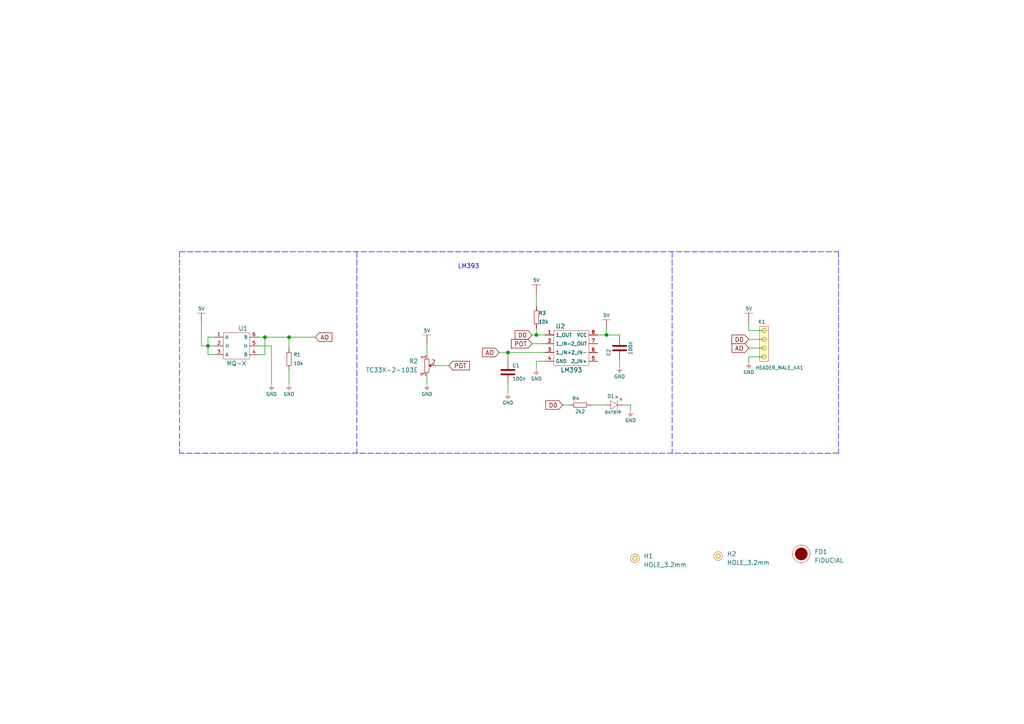
<source format=kicad_sch>
(kicad_sch (version 20211123) (generator eeschema)

  (uuid 82d13a50-9821-40ba-a76e-b4d94ab0a9fe)

  (paper "A4")

  (title_block
    (title "Benzene, Toluene, Acetone, Formaldehyde sensor MQ138 breakout")
    (date "2021-09-13")
    (rev "v1.1.1.")
    (company "SOLDERED")
    (comment 1 "333114")
  )

  (lib_symbols
    (symbol "e-radionica.com schematics:0402LED" (pin_numbers hide) (pin_names (offset 0.254) hide) (in_bom yes) (on_board yes)
      (property "Reference" "D" (id 0) (at -0.635 2.54 0)
        (effects (font (size 1 1)))
      )
      (property "Value" "0402LED" (id 1) (at 0 -2.54 0)
        (effects (font (size 1 1)))
      )
      (property "Footprint" "e-radionica.com footprinti:0402LED" (id 2) (at 0 5.08 0)
        (effects (font (size 1 1)) hide)
      )
      (property "Datasheet" "" (id 3) (at 0 0 0)
        (effects (font (size 1 1)) hide)
      )
      (property "Package" "0402" (id 4) (at 0 0 0)
        (effects (font (size 1.27 1.27)) hide)
      )
      (symbol "0402LED_0_1"
        (polyline
          (pts
            (xy -0.635 1.27)
            (xy 1.27 0)
          )
          (stroke (width 0.0006) (type default) (color 0 0 0 0))
          (fill (type none))
        )
        (polyline
          (pts
            (xy 0.635 1.905)
            (xy 1.27 2.54)
          )
          (stroke (width 0.0006) (type default) (color 0 0 0 0))
          (fill (type none))
        )
        (polyline
          (pts
            (xy 1.27 1.27)
            (xy 1.27 -1.27)
          )
          (stroke (width 0.0006) (type default) (color 0 0 0 0))
          (fill (type none))
        )
        (polyline
          (pts
            (xy 1.905 1.27)
            (xy 2.54 1.905)
          )
          (stroke (width 0.0006) (type default) (color 0 0 0 0))
          (fill (type none))
        )
        (polyline
          (pts
            (xy -0.635 1.27)
            (xy -0.635 -1.27)
            (xy 1.27 0)
          )
          (stroke (width 0.0006) (type default) (color 0 0 0 0))
          (fill (type none))
        )
        (polyline
          (pts
            (xy 1.27 2.54)
            (xy 0.635 2.54)
            (xy 1.27 1.905)
            (xy 1.27 2.54)
          )
          (stroke (width 0.0006) (type default) (color 0 0 0 0))
          (fill (type none))
        )
        (polyline
          (pts
            (xy 2.54 1.905)
            (xy 1.905 1.905)
            (xy 2.54 1.27)
            (xy 2.54 1.905)
          )
          (stroke (width 0.0006) (type default) (color 0 0 0 0))
          (fill (type none))
        )
      )
      (symbol "0402LED_1_1"
        (pin passive line (at -1.905 0 0) (length 1.27)
          (name "A" (effects (font (size 1.27 1.27))))
          (number "1" (effects (font (size 1.27 1.27))))
        )
        (pin passive line (at 2.54 0 180) (length 1.27)
          (name "K" (effects (font (size 1.27 1.27))))
          (number "2" (effects (font (size 1.27 1.27))))
        )
      )
    )
    (symbol "e-radionica.com schematics:0402R" (pin_numbers hide) (pin_names (offset 0.254)) (in_bom yes) (on_board yes)
      (property "Reference" "R" (id 0) (at -1.905 1.27 0)
        (effects (font (size 1 1)))
      )
      (property "Value" "0402R" (id 1) (at 0 -1.27 0)
        (effects (font (size 1 1)))
      )
      (property "Footprint" "e-radionica.com footprinti:0402R" (id 2) (at -2.54 1.905 0)
        (effects (font (size 1 1)) hide)
      )
      (property "Datasheet" "" (id 3) (at -2.54 1.905 0)
        (effects (font (size 1 1)) hide)
      )
      (symbol "0402R_0_1"
        (rectangle (start -1.905 -0.635) (end 1.905 -0.6604)
          (stroke (width 0.1) (type default) (color 0 0 0 0))
          (fill (type none))
        )
        (rectangle (start -1.905 0.635) (end -1.8796 -0.635)
          (stroke (width 0.1) (type default) (color 0 0 0 0))
          (fill (type none))
        )
        (rectangle (start -1.905 0.635) (end 1.905 0.6096)
          (stroke (width 0.1) (type default) (color 0 0 0 0))
          (fill (type none))
        )
        (rectangle (start 1.905 0.635) (end 1.9304 -0.635)
          (stroke (width 0.1) (type default) (color 0 0 0 0))
          (fill (type none))
        )
      )
      (symbol "0402R_1_1"
        (pin passive line (at -3.175 0 0) (length 1.27)
          (name "~" (effects (font (size 1.27 1.27))))
          (number "1" (effects (font (size 1.27 1.27))))
        )
        (pin passive line (at 3.175 0 180) (length 1.27)
          (name "~" (effects (font (size 1.27 1.27))))
          (number "2" (effects (font (size 1.27 1.27))))
        )
      )
    )
    (symbol "e-radionica.com schematics:0603C" (pin_numbers hide) (pin_names (offset 0.002)) (in_bom yes) (on_board yes)
      (property "Reference" "C" (id 0) (at -0.635 3.175 0)
        (effects (font (size 1 1)))
      )
      (property "Value" "0603C" (id 1) (at 0 -3.175 0)
        (effects (font (size 1 1)))
      )
      (property "Footprint" "e-radionica.com footprinti:0603C" (id 2) (at 0 0 0)
        (effects (font (size 1 1)) hide)
      )
      (property "Datasheet" "" (id 3) (at 0 0 0)
        (effects (font (size 1 1)) hide)
      )
      (symbol "0603C_0_1"
        (polyline
          (pts
            (xy -0.635 1.905)
            (xy -0.635 -1.905)
          )
          (stroke (width 0.5) (type default) (color 0 0 0 0))
          (fill (type none))
        )
        (polyline
          (pts
            (xy 0.635 1.905)
            (xy 0.635 -1.905)
          )
          (stroke (width 0.5) (type default) (color 0 0 0 0))
          (fill (type none))
        )
      )
      (symbol "0603C_1_1"
        (pin passive line (at -3.175 0 0) (length 2.54)
          (name "~" (effects (font (size 1.27 1.27))))
          (number "1" (effects (font (size 1.27 1.27))))
        )
        (pin passive line (at 3.175 0 180) (length 2.54)
          (name "~" (effects (font (size 1.27 1.27))))
          (number "2" (effects (font (size 1.27 1.27))))
        )
      )
    )
    (symbol "e-radionica.com schematics:0603R" (pin_numbers hide) (pin_names (offset 0.254)) (in_bom yes) (on_board yes)
      (property "Reference" "R" (id 0) (at -1.905 1.905 0)
        (effects (font (size 1 1)))
      )
      (property "Value" "0603R" (id 1) (at 0 -1.905 0)
        (effects (font (size 1 1)))
      )
      (property "Footprint" "e-radionica.com footprinti:0603R" (id 2) (at -0.635 1.905 0)
        (effects (font (size 1 1)) hide)
      )
      (property "Datasheet" "" (id 3) (at -0.635 1.905 0)
        (effects (font (size 1 1)) hide)
      )
      (symbol "0603R_0_1"
        (rectangle (start -1.905 -0.635) (end 1.905 -0.6604)
          (stroke (width 0.1) (type default) (color 0 0 0 0))
          (fill (type none))
        )
        (rectangle (start -1.905 0.635) (end -1.8796 -0.635)
          (stroke (width 0.1) (type default) (color 0 0 0 0))
          (fill (type none))
        )
        (rectangle (start -1.905 0.635) (end 1.905 0.6096)
          (stroke (width 0.1) (type default) (color 0 0 0 0))
          (fill (type none))
        )
        (rectangle (start 1.905 0.635) (end 1.9304 -0.635)
          (stroke (width 0.1) (type default) (color 0 0 0 0))
          (fill (type none))
        )
      )
      (symbol "0603R_1_1"
        (pin passive line (at -3.175 0 0) (length 1.27)
          (name "~" (effects (font (size 1.27 1.27))))
          (number "1" (effects (font (size 1.27 1.27))))
        )
        (pin passive line (at 3.175 0 180) (length 1.27)
          (name "~" (effects (font (size 1.27 1.27))))
          (number "2" (effects (font (size 1.27 1.27))))
        )
      )
    )
    (symbol "e-radionica.com schematics:5V" (power) (pin_names (offset 0)) (in_bom yes) (on_board yes)
      (property "Reference" "#PWR" (id 0) (at 4.445 0 0)
        (effects (font (size 1 1)) hide)
      )
      (property "Value" "5V" (id 1) (at 0 3.556 0)
        (effects (font (size 1 1)))
      )
      (property "Footprint" "" (id 2) (at 4.445 3.81 0)
        (effects (font (size 1 1)) hide)
      )
      (property "Datasheet" "" (id 3) (at 4.445 3.81 0)
        (effects (font (size 1 1)) hide)
      )
      (property "ki_keywords" "power-flag" (id 4) (at 0 0 0)
        (effects (font (size 1.27 1.27)) hide)
      )
      (property "ki_description" "Power symbol creates a global label with name \"+3V3\"" (id 5) (at 0 0 0)
        (effects (font (size 1.27 1.27)) hide)
      )
      (symbol "5V_0_1"
        (polyline
          (pts
            (xy -1.27 2.54)
            (xy 1.27 2.54)
          )
          (stroke (width 0.0006) (type default) (color 0 0 0 0))
          (fill (type none))
        )
        (polyline
          (pts
            (xy 0 0)
            (xy 0 2.54)
          )
          (stroke (width 0) (type default) (color 0 0 0 0))
          (fill (type none))
        )
      )
      (symbol "5V_1_1"
        (pin power_in line (at 0 0 90) (length 0) hide
          (name "5V" (effects (font (size 1.27 1.27))))
          (number "1" (effects (font (size 1.27 1.27))))
        )
      )
    )
    (symbol "e-radionica.com schematics:FIDUCIAL" (in_bom no) (on_board yes)
      (property "Reference" "FD" (id 0) (at 0 3.81 0)
        (effects (font (size 1.27 1.27)))
      )
      (property "Value" "FIDUCIAL" (id 1) (at 0 -3.81 0)
        (effects (font (size 1.27 1.27)))
      )
      (property "Footprint" "e-radionica.com footprinti:FIDUCIAL_23" (id 2) (at 0.254 -5.334 0)
        (effects (font (size 1.27 1.27)) hide)
      )
      (property "Datasheet" "" (id 3) (at 0 0 0)
        (effects (font (size 1.27 1.27)) hide)
      )
      (symbol "FIDUCIAL_0_1"
        (polyline
          (pts
            (xy -2.54 0)
            (xy -2.794 0)
          )
          (stroke (width 0.0006) (type default) (color 0 0 0 0))
          (fill (type none))
        )
        (polyline
          (pts
            (xy 0 -2.54)
            (xy 0 -2.794)
          )
          (stroke (width 0.0006) (type default) (color 0 0 0 0))
          (fill (type none))
        )
        (polyline
          (pts
            (xy 0 2.54)
            (xy 0 2.794)
          )
          (stroke (width 0.0006) (type default) (color 0 0 0 0))
          (fill (type none))
        )
        (polyline
          (pts
            (xy 2.54 0)
            (xy 2.794 0)
          )
          (stroke (width 0.0006) (type default) (color 0 0 0 0))
          (fill (type none))
        )
        (circle (center 0 0) (radius 1.7961)
          (stroke (width 0.001) (type default) (color 0 0 0 0))
          (fill (type outline))
        )
        (circle (center 0 0) (radius 2.54)
          (stroke (width 0.0006) (type default) (color 0 0 0 0))
          (fill (type none))
        )
      )
    )
    (symbol "e-radionica.com schematics:GND" (power) (pin_names (offset 0)) (in_bom yes) (on_board yes)
      (property "Reference" "#PWR" (id 0) (at 4.445 0 0)
        (effects (font (size 1 1)) hide)
      )
      (property "Value" "GND" (id 1) (at 0 -2.921 0)
        (effects (font (size 1 1)))
      )
      (property "Footprint" "" (id 2) (at 4.445 3.81 0)
        (effects (font (size 1 1)) hide)
      )
      (property "Datasheet" "" (id 3) (at 4.445 3.81 0)
        (effects (font (size 1 1)) hide)
      )
      (property "ki_keywords" "power-flag" (id 4) (at 0 0 0)
        (effects (font (size 1.27 1.27)) hide)
      )
      (property "ki_description" "Power symbol creates a global label with name \"GND\"" (id 5) (at 0 0 0)
        (effects (font (size 1.27 1.27)) hide)
      )
      (symbol "GND_0_1"
        (polyline
          (pts
            (xy -0.762 -1.27)
            (xy 0.762 -1.27)
          )
          (stroke (width 0.0006) (type default) (color 0 0 0 0))
          (fill (type none))
        )
        (polyline
          (pts
            (xy -0.635 -1.524)
            (xy 0.635 -1.524)
          )
          (stroke (width 0.0006) (type default) (color 0 0 0 0))
          (fill (type none))
        )
        (polyline
          (pts
            (xy -0.381 -1.778)
            (xy 0.381 -1.778)
          )
          (stroke (width 0.0006) (type default) (color 0 0 0 0))
          (fill (type none))
        )
        (polyline
          (pts
            (xy -0.127 -2.032)
            (xy 0.127 -2.032)
          )
          (stroke (width 0.0006) (type default) (color 0 0 0 0))
          (fill (type none))
        )
        (polyline
          (pts
            (xy 0 0)
            (xy 0 -1.27)
          )
          (stroke (width 0.0006) (type default) (color 0 0 0 0))
          (fill (type none))
        )
      )
      (symbol "GND_1_1"
        (pin power_in line (at 0 0 270) (length 0) hide
          (name "GND" (effects (font (size 1.27 1.27))))
          (number "1" (effects (font (size 1.27 1.27))))
        )
      )
    )
    (symbol "e-radionica.com schematics:HEADER_MALE_4X1" (pin_numbers hide) (pin_names hide) (in_bom yes) (on_board yes)
      (property "Reference" "K" (id 0) (at -0.635 7.62 0)
        (effects (font (size 1 1)))
      )
      (property "Value" "HEADER_MALE_4X1" (id 1) (at 0 -5.08 0)
        (effects (font (size 1 1)))
      )
      (property "Footprint" "e-radionica.com footprinti:HEADER_MALE_4X1" (id 2) (at 0 -2.54 0)
        (effects (font (size 1 1)) hide)
      )
      (property "Datasheet" "" (id 3) (at 0 -2.54 0)
        (effects (font (size 1 1)) hide)
      )
      (symbol "HEADER_MALE_4X1_0_1"
        (circle (center 0 -2.54) (radius 0.635)
          (stroke (width 0.0006) (type default) (color 0 0 0 0))
          (fill (type none))
        )
        (circle (center 0 0) (radius 0.635)
          (stroke (width 0.0006) (type default) (color 0 0 0 0))
          (fill (type none))
        )
        (circle (center 0 2.54) (radius 0.635)
          (stroke (width 0.0006) (type default) (color 0 0 0 0))
          (fill (type none))
        )
        (circle (center 0 5.08) (radius 0.635)
          (stroke (width 0.0006) (type default) (color 0 0 0 0))
          (fill (type none))
        )
        (rectangle (start 1.27 -3.81) (end -1.27 6.35)
          (stroke (width 0.001) (type default) (color 0 0 0 0))
          (fill (type background))
        )
      )
      (symbol "HEADER_MALE_4X1_1_1"
        (pin passive line (at 0 -2.54 180) (length 0)
          (name "~" (effects (font (size 1 1))))
          (number "1" (effects (font (size 1 1))))
        )
        (pin passive line (at 0 0 180) (length 0)
          (name "~" (effects (font (size 1 1))))
          (number "2" (effects (font (size 1 1))))
        )
        (pin passive line (at 0 2.54 180) (length 0)
          (name "~" (effects (font (size 1 1))))
          (number "3" (effects (font (size 1 1))))
        )
        (pin passive line (at 0 5.08 180) (length 0)
          (name "~" (effects (font (size 1 1))))
          (number "4" (effects (font (size 1 1))))
        )
      )
    )
    (symbol "e-radionica.com schematics:HOLE_3.2mm" (pin_numbers hide) (pin_names hide) (in_bom yes) (on_board yes)
      (property "Reference" "H" (id 0) (at 0 2.54 0)
        (effects (font (size 1.27 1.27)))
      )
      (property "Value" "HOLE_3.2mm" (id 1) (at 0 -2.54 0)
        (effects (font (size 1.27 1.27)))
      )
      (property "Footprint" "e-radionica.com footprinti:HOLE_3.2mm" (id 2) (at 0 0 0)
        (effects (font (size 1.27 1.27)) hide)
      )
      (property "Datasheet" "" (id 3) (at 0 0 0)
        (effects (font (size 1.27 1.27)) hide)
      )
      (symbol "HOLE_3.2mm_0_1"
        (circle (center 0 0) (radius 0.635)
          (stroke (width 0.0006) (type default) (color 0 0 0 0))
          (fill (type none))
        )
        (circle (center 0 0) (radius 1.27)
          (stroke (width 0.001) (type default) (color 0 0 0 0))
          (fill (type background))
        )
      )
    )
    (symbol "e-radionica.com schematics:LM393" (in_bom yes) (on_board yes)
      (property "Reference" "U" (id 0) (at 0 6.35 0)
        (effects (font (size 1.27 1.27)))
      )
      (property "Value" "LM393" (id 1) (at 0 -6.35 0)
        (effects (font (size 1.27 1.27)))
      )
      (property "Footprint" "e-radionica.com footprinti:SOIC−8" (id 2) (at 3.81 -2.54 0)
        (effects (font (size 1.27 1.27)) hide)
      )
      (property "Datasheet" "" (id 3) (at 3.81 -2.54 0)
        (effects (font (size 1.27 1.27)) hide)
      )
      (symbol "LM393_0_1"
        (rectangle (start -5.08 5.08) (end 5.08 -5.08)
          (stroke (width 0.0006) (type default) (color 0 0 0 0))
          (fill (type none))
        )
      )
      (symbol "LM393_1_1"
        (pin power_in line (at -7.62 3.81 0) (length 2.54)
          (name "1_OUT" (effects (font (size 1 1))))
          (number "1" (effects (font (size 1 1))))
        )
        (pin input line (at -7.62 1.27 0) (length 2.54)
          (name "1_IN-" (effects (font (size 1 1))))
          (number "2" (effects (font (size 1 1))))
        )
        (pin power_in line (at -7.62 -1.27 0) (length 2.54)
          (name "1_IN+" (effects (font (size 1 1))))
          (number "3" (effects (font (size 1 1))))
        )
        (pin passive line (at -7.62 -3.81 0) (length 2.54)
          (name "GND" (effects (font (size 1 1))))
          (number "4" (effects (font (size 1 1))))
        )
        (pin power_in line (at 7.62 -3.81 180) (length 2.54)
          (name "2_IN+" (effects (font (size 1 1))))
          (number "5" (effects (font (size 1 1))))
        )
        (pin power_in line (at 7.62 -1.27 180) (length 2.54)
          (name "2_IN-" (effects (font (size 1 1))))
          (number "6" (effects (font (size 1 1))))
        )
        (pin power_out line (at 7.62 1.27 180) (length 2.54)
          (name "2_OUT" (effects (font (size 1 1))))
          (number "7" (effects (font (size 1 1))))
        )
        (pin power_in line (at 7.62 3.81 180) (length 2.54)
          (name "VCC" (effects (font (size 1 1))))
          (number "8" (effects (font (size 1 1))))
        )
      )
    )
    (symbol "e-radionica.com schematics:MQ" (in_bom yes) (on_board yes)
      (property "Reference" "U" (id 0) (at 0 5.08 0)
        (effects (font (size 1.27 1.27)))
      )
      (property "Value" "MQ" (id 1) (at 0 -5.08 0)
        (effects (font (size 1.27 1.27)))
      )
      (property "Footprint" "e-radionica.com footprinti:MQ" (id 2) (at 2.286 0 0)
        (effects (font (size 1.27 1.27)) hide)
      )
      (property "Datasheet" "" (id 3) (at 2.286 0 0)
        (effects (font (size 1.27 1.27)) hide)
      )
      (symbol "MQ_0_1"
        (rectangle (start -3.81 3.81) (end 3.81 -3.81)
          (stroke (width 0.0006) (type default) (color 0 0 0 0))
          (fill (type none))
        )
      )
      (symbol "MQ_1_1"
        (pin input line (at -6.35 2.54 0) (length 2.54)
          (name "A" (effects (font (size 1 1))))
          (number "1" (effects (font (size 1 1))))
        )
        (pin input line (at -6.35 0 0) (length 2.54)
          (name "H" (effects (font (size 1 1))))
          (number "2" (effects (font (size 1 1))))
        )
        (pin input line (at -6.35 -2.54 0) (length 2.54)
          (name "A" (effects (font (size 1 1))))
          (number "3" (effects (font (size 1 1))))
        )
        (pin input line (at 6.35 -2.54 180) (length 2.54)
          (name "B" (effects (font (size 1 1))))
          (number "4" (effects (font (size 1 1))))
        )
        (pin input line (at 6.35 0 180) (length 2.54)
          (name "H" (effects (font (size 1 1))))
          (number "5" (effects (font (size 1 1))))
        )
        (pin input line (at 6.35 2.54 180) (length 2.54)
          (name "B" (effects (font (size 1 1))))
          (number "6" (effects (font (size 1 1))))
        )
      )
    )
    (symbol "e-radionica.com schematics:tc33x-2-103e" (in_bom yes) (on_board yes)
      (property "Reference" "R" (id 0) (at -1.778 3.302 0)
        (effects (font (size 1.27 1.27)))
      )
      (property "Value" "tc33x-2-103e" (id 1) (at 0 -2.54 0)
        (effects (font (size 1.27 1.27)))
      )
      (property "Footprint" "e-radionica.com footprinti:tc33x-2-103e" (id 2) (at 0 -5.08 0)
        (effects (font (size 1.27 1.27)) hide)
      )
      (property "Datasheet" "" (id 3) (at -0.0508 -0.0508 0)
        (effects (font (size 1.27 1.27)) hide)
      )
      (symbol "tc33x-2-103e_0_1"
        (rectangle (start -1.905 -0.635) (end 1.905 -0.6604)
          (stroke (width 0.1) (type default) (color 0 0 0 0))
          (fill (type none))
        )
        (rectangle (start -1.905 0.635) (end -1.8796 -0.635)
          (stroke (width 0.1) (type default) (color 0 0 0 0))
          (fill (type none))
        )
        (rectangle (start -1.905 0.635) (end 1.905 0.6096)
          (stroke (width 0.1) (type default) (color 0 0 0 0))
          (fill (type none))
        )
        (polyline
          (pts
            (xy -0.4318 1.1684)
            (xy 0.4826 1.1684)
            (xy 0 0.635)
            (xy -0.4064 1.0922)
            (xy -0.4826 1.1684)
            (xy 0 0.7874)
            (xy 0.3048 1.1176)
            (xy -0.254 1.0668)
            (xy 0.0254 0.8636)
            (xy 0.0762 1.0414)
            (xy -0.0254 0.9652)
          )
          (stroke (width 0.0006) (type default) (color 0 0 0 0))
          (fill (type none))
        )
        (rectangle (start 1.905 0.635) (end 1.9304 -0.635)
          (stroke (width 0.1) (type default) (color 0 0 0 0))
          (fill (type none))
        )
      )
      (symbol "tc33x-2-103e_1_1"
        (pin passive line (at -3.175 0 0) (length 1.27)
          (name "~" (effects (font (size 1.27 1.27))))
          (number "1" (effects (font (size 1.27 1.27))))
        )
        (pin passive line (at 0 2.4892 270) (length 1.27)
          (name "" (effects (font (size 1.27 1.27))))
          (number "2" (effects (font (size 1.27 1.27))))
        )
        (pin passive line (at 3.175 0.0002 180) (length 1.27)
          (name "~" (effects (font (size 1.27 1.27))))
          (number "3" (effects (font (size 1.27 1.27))))
        )
      )
    )
  )

  (junction (at 60.325 100.33) (diameter 0.9144) (color 0 0 0 0)
    (uuid 03caada9-9e22-4e2d-9035-b15433dfbb17)
  )
  (junction (at 83.82 97.79) (diameter 0.9144) (color 0 0 0 0)
    (uuid 0ff508fd-18da-4ab7-9844-3c8a28c2587e)
  )
  (junction (at 175.895 97.155) (diameter 0.9144) (color 0 0 0 0)
    (uuid 13c0ff76-ed71-4cd9-abb0-92c376825d5d)
  )
  (junction (at 76.835 97.79) (diameter 0.9144) (color 0 0 0 0)
    (uuid 1f3003e6-dce5-420f-906b-3f1e92b67249)
  )
  (junction (at 147.32 102.235) (diameter 0.9144) (color 0 0 0 0)
    (uuid 378af8b4-af3d-46e7-89ae-deff12ca9067)
  )
  (junction (at 155.575 97.155) (diameter 0.9144) (color 0 0 0 0)
    (uuid a27eb049-c992-4f11-a026-1e6a8d9d0160)
  )

  (wire (pts (xy 74.93 97.79) (xy 76.835 97.79))
    (stroke (width 0) (type solid) (color 0 0 0 0))
    (uuid 0695d603-6507-40ae-b09f-b26ab2bea23a)
  )
  (wire (pts (xy 76.835 97.79) (xy 76.835 102.87))
    (stroke (width 0) (type solid) (color 0 0 0 0))
    (uuid 0695d603-6507-40ae-b09f-b26ab2bea23b)
  )
  (wire (pts (xy 76.835 102.87) (xy 74.93 102.87))
    (stroke (width 0) (type solid) (color 0 0 0 0))
    (uuid 0695d603-6507-40ae-b09f-b26ab2bea23c)
  )
  (wire (pts (xy 60.325 100.33) (xy 60.325 102.87))
    (stroke (width 0) (type solid) (color 0 0 0 0))
    (uuid 06bfb560-c96c-4471-9426-0b2ea7de102f)
  )
  (wire (pts (xy 179.705 97.79) (xy 179.705 97.155))
    (stroke (width 0) (type solid) (color 0 0 0 0))
    (uuid 07a8e2b9-37ff-453d-b9b1-482e968298ca)
  )
  (wire (pts (xy 158.115 104.775) (xy 155.575 104.775))
    (stroke (width 0) (type solid) (color 0 0 0 0))
    (uuid 0be37ccb-3ee5-4df1-bb1d-9e3f7bcebf8d)
  )
  (wire (pts (xy 217.17 100.965) (xy 221.615 100.965))
    (stroke (width 0) (type solid) (color 0 0 0 0))
    (uuid 0c3a175e-2d02-4f4c-821d-78179389acfa)
  )
  (wire (pts (xy 123.8252 109.22) (xy 123.8252 111.125))
    (stroke (width 0) (type solid) (color 0 0 0 0))
    (uuid 144f82c8-b159-4420-bb06-2ad58baff006)
  )
  (wire (pts (xy 147.32 111.125) (xy 147.32 113.665))
    (stroke (width 0) (type solid) (color 0 0 0 0))
    (uuid 180731eb-7bdb-49e8-ada9-0ff1272bc6dd)
  )
  (polyline (pts (xy 194.945 73.025) (xy 194.945 131.445))
    (stroke (width 0) (type dash) (color 0 0 0 0))
    (uuid 1f490a50-4ef8-4b82-b168-0db2ba5d2e2d)
  )

  (wire (pts (xy 217.17 95.885) (xy 217.17 93.345))
    (stroke (width 0) (type solid) (color 0 0 0 0))
    (uuid 239d3908-b39a-4cfe-8947-28ddd466f17a)
  )
  (wire (pts (xy 221.615 95.885) (xy 217.17 95.885))
    (stroke (width 0) (type solid) (color 0 0 0 0))
    (uuid 26c66eaf-9bc6-4246-a12a-84cdba88b757)
  )
  (wire (pts (xy 221.615 103.505) (xy 217.17 103.505))
    (stroke (width 0) (type solid) (color 0 0 0 0))
    (uuid 2c28e8d7-0239-4b01-9c11-a3e9ca49700b)
  )
  (polyline (pts (xy 243.205 73.025) (xy 243.205 131.445))
    (stroke (width 0) (type dash) (color 0 0 0 0))
    (uuid 2d0a3697-b942-4c90-8cbf-30efbdc263cc)
  )
  (polyline (pts (xy 243.205 131.445) (xy 52.07 131.445))
    (stroke (width 0) (type dash) (color 0 0 0 0))
    (uuid 352cebad-f19b-4f83-a750-ba6f7c3231d0)
  )

  (wire (pts (xy 147.32 102.235) (xy 158.115 102.235))
    (stroke (width 0) (type solid) (color 0 0 0 0))
    (uuid 370b3aba-291e-414b-8974-b6a09814b012)
  )
  (wire (pts (xy 154.305 97.155) (xy 155.575 97.155))
    (stroke (width 0) (type solid) (color 0 0 0 0))
    (uuid 3a76f82e-bda0-402a-a8a7-2a8bcb64943b)
  )
  (wire (pts (xy 83.82 97.79) (xy 91.44 97.79))
    (stroke (width 0) (type solid) (color 0 0 0 0))
    (uuid 3bd68823-eb53-431f-86e5-bbfd4e4423cc)
  )
  (wire (pts (xy 58.42 93.345) (xy 58.42 100.33))
    (stroke (width 0) (type solid) (color 0 0 0 0))
    (uuid 413b948f-5e0a-42fe-a146-1dc33778fc0f)
  )
  (wire (pts (xy 60.325 100.33) (xy 58.42 100.33))
    (stroke (width 0) (type solid) (color 0 0 0 0))
    (uuid 413b948f-5e0a-42fe-a146-1dc33778fc10)
  )
  (wire (pts (xy 62.23 100.33) (xy 60.325 100.33))
    (stroke (width 0) (type solid) (color 0 0 0 0))
    (uuid 413b948f-5e0a-42fe-a146-1dc33778fc11)
  )
  (wire (pts (xy 155.575 95.25) (xy 155.575 97.155))
    (stroke (width 0) (type solid) (color 0 0 0 0))
    (uuid 4b867bb0-3838-4bd3-a05b-1901ca6e4190)
  )
  (wire (pts (xy 173.355 97.155) (xy 175.895 97.155))
    (stroke (width 0) (type solid) (color 0 0 0 0))
    (uuid 548af52c-99c9-431d-b7b4-59c55f0ce7c5)
  )
  (wire (pts (xy 60.325 102.87) (xy 62.23 102.87))
    (stroke (width 0) (type solid) (color 0 0 0 0))
    (uuid 55d3962e-c9e0-47e4-88dd-12fe08cdc438)
  )
  (wire (pts (xy 62.23 97.79) (xy 60.325 97.79))
    (stroke (width 0) (type solid) (color 0 0 0 0))
    (uuid 55d3962e-c9e0-47e4-88dd-12fe08cdc439)
  )
  (wire (pts (xy 171.45 117.475) (xy 175.895 117.475))
    (stroke (width 0) (type solid) (color 0 0 0 0))
    (uuid 5d6c4aa8-751a-4297-b0ed-eb37a8eeb405)
  )
  (wire (pts (xy 182.88 117.475) (xy 182.88 118.745))
    (stroke (width 0) (type solid) (color 0 0 0 0))
    (uuid 64f62f02-bb74-4ca6-abbd-51e8f5cd8bb8)
  )
  (wire (pts (xy 76.835 97.79) (xy 83.82 97.79))
    (stroke (width 0) (type solid) (color 0 0 0 0))
    (uuid 6556edff-3f84-494f-9764-df5ddd25075c)
  )
  (wire (pts (xy 83.82 97.79) (xy 83.82 100.965))
    (stroke (width 0) (type solid) (color 0 0 0 0))
    (uuid 6556edff-3f84-494f-9764-df5ddd25075d)
  )
  (wire (pts (xy 78.74 100.33) (xy 78.74 111.125))
    (stroke (width 0) (type solid) (color 0 0 0 0))
    (uuid 686344e7-4735-47cd-86f9-6ee5dad0507c)
  )
  (wire (pts (xy 179.705 104.14) (xy 179.705 106.045))
    (stroke (width 0) (type solid) (color 0 0 0 0))
    (uuid 79650f2f-488f-4cb3-9bec-f663a1af0c7d)
  )
  (wire (pts (xy 123.825 111.125) (xy 123.8252 111.125))
    (stroke (width 0) (type solid) (color 0 0 0 0))
    (uuid 80899d0c-5b5a-4d92-8321-8b73604d59d7)
  )
  (polyline (pts (xy 52.07 73.025) (xy 243.205 73.025))
    (stroke (width 0) (type dash) (color 0 0 0 0))
    (uuid 81961fca-0319-47a7-b87c-9fb84ed1ed3e)
  )

  (wire (pts (xy 154.305 99.695) (xy 158.115 99.695))
    (stroke (width 0) (type solid) (color 0 0 0 0))
    (uuid 84369d0f-23e3-4b74-98a8-8e2917aaa8e4)
  )
  (polyline (pts (xy 52.07 73.025) (xy 52.07 131.445))
    (stroke (width 0) (type dash) (color 0 0 0 0))
    (uuid 8ca1883b-913e-4516-a8f2-d8cb301a4ec4)
  )
  (polyline (pts (xy 103.505 73.025) (xy 103.505 131.445))
    (stroke (width 0) (type dash) (color 0 0 0 0))
    (uuid b0aada79-6b72-420e-91c4-598b0e8da8ea)
  )

  (wire (pts (xy 60.325 97.79) (xy 60.325 100.33))
    (stroke (width 0) (type solid) (color 0 0 0 0))
    (uuid b118eb9e-8b4c-49a0-914b-72d13d1948b1)
  )
  (wire (pts (xy 126.3142 106.045) (xy 130.175 106.045))
    (stroke (width 0) (type solid) (color 0 0 0 0))
    (uuid bd22f1cc-21e3-4f17-802b-ebf00f876834)
  )
  (wire (pts (xy 83.82 107.315) (xy 83.82 111.125))
    (stroke (width 0) (type solid) (color 0 0 0 0))
    (uuid c24cc172-c5c2-4b4c-9abb-c258bd323a0d)
  )
  (wire (pts (xy 179.705 97.155) (xy 175.895 97.155))
    (stroke (width 0) (type solid) (color 0 0 0 0))
    (uuid c4e803a1-b64e-4183-8c34-5968af02f841)
  )
  (wire (pts (xy 217.17 103.505) (xy 217.17 104.775))
    (stroke (width 0) (type solid) (color 0 0 0 0))
    (uuid c5923735-70c6-46e0-b518-767080125b26)
  )
  (wire (pts (xy 163.195 117.475) (xy 165.1 117.475))
    (stroke (width 0) (type solid) (color 0 0 0 0))
    (uuid cb2de617-8bcd-4c8b-92c6-c4237da716be)
  )
  (wire (pts (xy 144.78 102.235) (xy 147.32 102.235))
    (stroke (width 0) (type solid) (color 0 0 0 0))
    (uuid d12e6ff8-7eb2-491e-b622-ba77f387b7a8)
  )
  (wire (pts (xy 155.575 97.155) (xy 158.115 97.155))
    (stroke (width 0) (type solid) (color 0 0 0 0))
    (uuid d51cb466-415a-4641-b6f1-6efbf8d878d1)
  )
  (wire (pts (xy 175.895 97.155) (xy 175.895 95.25))
    (stroke (width 0) (type solid) (color 0 0 0 0))
    (uuid d7a1e407-60bc-4c04-8c36-61a3b9b8b956)
  )
  (wire (pts (xy 180.34 117.475) (xy 182.88 117.475))
    (stroke (width 0) (type solid) (color 0 0 0 0))
    (uuid dddc6d2f-750d-4e8f-ae01-115b35db55fc)
  )
  (wire (pts (xy 217.17 98.425) (xy 221.615 98.425))
    (stroke (width 0) (type solid) (color 0 0 0 0))
    (uuid de262e25-6f6d-4545-b45f-5131896d6e33)
  )
  (wire (pts (xy 147.32 102.235) (xy 147.32 104.775))
    (stroke (width 0) (type solid) (color 0 0 0 0))
    (uuid dea9b4ae-4c9c-492a-8bf4-c010ca38d809)
  )
  (wire (pts (xy 123.825 99.695) (xy 123.825 102.87))
    (stroke (width 0) (type solid) (color 0 0 0 0))
    (uuid e0f96309-4164-4264-9fc9-bdc92ea5803c)
  )
  (wire (pts (xy 74.93 100.33) (xy 78.74 100.33))
    (stroke (width 0) (type solid) (color 0 0 0 0))
    (uuid e291efae-397a-4650-b146-4427c06b158c)
  )
  (wire (pts (xy 155.575 85.09) (xy 155.575 88.9))
    (stroke (width 0) (type solid) (color 0 0 0 0))
    (uuid e7af651a-212a-4b6a-9ece-4ad9c05fe18f)
  )
  (wire (pts (xy 155.575 104.775) (xy 155.575 106.68))
    (stroke (width 0) (type solid) (color 0 0 0 0))
    (uuid fc0d8f09-c5c4-42ae-a13f-f72cfad95608)
  )

  (text "LM393" (at 139.065 78.105 180)
    (effects (font (size 1.27 1.27)) (justify right bottom))
    (uuid 54aac548-4782-4740-8ab7-73a13a0801d9)
  )

  (global_label "AO" (shape input) (at 144.78 102.235 180)
    (effects (font (size 1.27 1.27)) (justify right))
    (uuid 188eb125-5f8b-4579-bda8-da8298386c72)
    (property "Intersheet References" "${INTERSHEET_REFS}" (id 0) (at 138.5448 102.1556 0)
      (effects (font (size 1.27 1.27)) (justify right) hide)
    )
  )
  (global_label "D0" (shape input) (at 163.195 117.475 180)
    (effects (font (size 1.27 1.27)) (justify right))
    (uuid 37fa4f31-431d-4bed-b2fc-a2e412fe7fed)
    (property "Intersheet References" "${INTERSHEET_REFS}" (id 0) (at 156.7784 117.3956 0)
      (effects (font (size 1.27 1.27)) (justify right) hide)
    )
  )
  (global_label "D0" (shape input) (at 217.17 98.425 180)
    (effects (font (size 1.27 1.27)) (justify right))
    (uuid 6196a6f0-6773-4cb2-9089-9940c9334f51)
    (property "Intersheet References" "${INTERSHEET_REFS}" (id 0) (at 210.7534 98.3456 0)
      (effects (font (size 1.27 1.27)) (justify right) hide)
    )
  )
  (global_label "AO" (shape input) (at 91.44 97.79 0) (fields_autoplaced)
    (effects (font (size 1.27 1.27)) (justify left))
    (uuid ba942181-ed6a-43a8-895c-d53d64ee75ba)
    (property "Intersheet References" "${INTERSHEET_REFS}" (id 0) (at 96.2721 97.7106 0)
      (effects (font (size 1.27 1.27)) (justify left) hide)
    )
  )
  (global_label "POT" (shape input) (at 154.305 99.695 180)
    (effects (font (size 1.27 1.27)) (justify right))
    (uuid c3c7a345-a545-447d-b3ff-000c273c5ab4)
    (property "Intersheet References" "${INTERSHEET_REFS}" (id 0) (at 146.7998 99.6156 0)
      (effects (font (size 1.27 1.27)) (justify right) hide)
    )
  )
  (global_label "POT" (shape input) (at 130.175 106.045 0)
    (effects (font (size 1.27 1.27)) (justify left))
    (uuid dca8550a-daf3-4790-b866-53cbd2aec122)
    (property "Intersheet References" "${INTERSHEET_REFS}" (id 0) (at 137.6802 105.9656 0)
      (effects (font (size 1.27 1.27)) (justify left) hide)
    )
  )
  (global_label "D0" (shape input) (at 154.305 97.155 180)
    (effects (font (size 1.27 1.27)) (justify right))
    (uuid eb34bfe1-43c0-479d-8ba7-8ecf0cbfa2da)
    (property "Intersheet References" "${INTERSHEET_REFS}" (id 0) (at 147.8884 97.2344 0)
      (effects (font (size 1.27 1.27)) (justify right) hide)
    )
  )
  (global_label "AO" (shape input) (at 217.17 100.965 180)
    (effects (font (size 1.27 1.27)) (justify right))
    (uuid fd2efaf1-9455-4da6-adec-d85421685440)
    (property "Intersheet References" "${INTERSHEET_REFS}" (id 0) (at 210.9348 100.8856 0)
      (effects (font (size 1.27 1.27)) (justify right) hide)
    )
  )

  (symbol (lib_id "e-radionica.com schematics:5V") (at 175.895 95.25 0) (unit 1)
    (in_bom yes) (on_board yes)
    (uuid 060783b3-f369-488c-ae45-59ba6b5f991c)
    (property "Reference" "#PWR0102" (id 0) (at 180.34 95.25 0)
      (effects (font (size 1 1)) hide)
    )
    (property "Value" "5V" (id 1) (at 175.895 91.44 0)
      (effects (font (size 1 1)))
    )
    (property "Footprint" "" (id 2) (at 180.34 91.44 0)
      (effects (font (size 1 1)) hide)
    )
    (property "Datasheet" "" (id 3) (at 180.34 91.44 0)
      (effects (font (size 1 1)) hide)
    )
    (pin "1" (uuid 2d01ee4f-629b-4e03-82a7-21baeb829ad0))
  )

  (symbol (lib_id "e-radionica.com schematics:5V") (at 155.575 85.09 0) (unit 1)
    (in_bom yes) (on_board yes)
    (uuid 1132d865-0376-4944-a1bc-a8972eb4c242)
    (property "Reference" "#PWR0111" (id 0) (at 160.02 85.09 0)
      (effects (font (size 1 1)) hide)
    )
    (property "Value" "5V" (id 1) (at 155.575 81.28 0)
      (effects (font (size 1 1)))
    )
    (property "Footprint" "" (id 2) (at 160.02 81.28 0)
      (effects (font (size 1 1)) hide)
    )
    (property "Datasheet" "" (id 3) (at 160.02 81.28 0)
      (effects (font (size 1 1)) hide)
    )
    (pin "1" (uuid bb2034a3-917f-4019-a6b9-e5e1eb674fa4))
  )

  (symbol (lib_id "e-radionica.com schematics:0603C") (at 147.32 107.95 90) (unit 1)
    (in_bom yes) (on_board yes)
    (uuid 1e4b43dc-2bad-4b75-9ac6-5cedefc26e78)
    (property "Reference" "C1" (id 0) (at 148.59 106.045 90)
      (effects (font (size 1 1)) (justify right))
    )
    (property "Value" "100n" (id 1) (at 148.59 109.855 90)
      (effects (font (size 1 1)) (justify right))
    )
    (property "Footprint" "e-radionica.com footprinti:0603C" (id 2) (at 147.32 107.95 0)
      (effects (font (size 1 1)) hide)
    )
    (property "Datasheet" "" (id 3) (at 147.32 107.95 0)
      (effects (font (size 1 1)) hide)
    )
    (pin "1" (uuid c1e6cec9-9317-4db7-a6dc-48aec00cbf06))
    (pin "2" (uuid 2bd7a60c-2342-484f-a110-dfcf8056df5d))
  )

  (symbol (lib_id "e-radionica.com schematics:GND") (at 123.825 111.125 0) (unit 1)
    (in_bom yes) (on_board yes)
    (uuid 240a9cbe-61ef-47d2-8e53-932e734762cd)
    (property "Reference" "#PWR0107" (id 0) (at 128.27 111.125 0)
      (effects (font (size 1 1)) hide)
    )
    (property "Value" "GND" (id 1) (at 123.825 114.3 0)
      (effects (font (size 1 1)))
    )
    (property "Footprint" "" (id 2) (at 128.27 107.315 0)
      (effects (font (size 1 1)) hide)
    )
    (property "Datasheet" "" (id 3) (at 128.27 107.315 0)
      (effects (font (size 1 1)) hide)
    )
    (pin "1" (uuid 39206a3b-083a-4eb3-a730-d9b1e97c2f63))
  )

  (symbol (lib_id "e-radionica.com schematics:GND") (at 217.17 104.775 0) (unit 1)
    (in_bom yes) (on_board yes)
    (uuid 2f637f75-05ac-4fa5-8878-5a237b6eb39c)
    (property "Reference" "#PWR0106" (id 0) (at 221.615 104.775 0)
      (effects (font (size 1 1)) hide)
    )
    (property "Value" "GND" (id 1) (at 217.17 107.95 0)
      (effects (font (size 1 1)))
    )
    (property "Footprint" "" (id 2) (at 221.615 100.965 0)
      (effects (font (size 1 1)) hide)
    )
    (property "Datasheet" "" (id 3) (at 221.615 100.965 0)
      (effects (font (size 1 1)) hide)
    )
    (pin "1" (uuid 8f15b151-86e4-4860-a795-9659cfeed210))
  )

  (symbol (lib_id "e-radionica.com schematics:LM393") (at 165.735 100.965 0) (unit 1)
    (in_bom yes) (on_board yes)
    (uuid 36ee6b9f-5f78-43bf-981c-e1c0e668e21c)
    (property "Reference" "U2" (id 0) (at 162.56 94.615 0))
    (property "Value" "LM393" (id 1) (at 165.735 107.315 0))
    (property "Footprint" "e-radionica.com footprinti:SOIC−8" (id 2) (at 169.545 103.505 0)
      (effects (font (size 1.27 1.27)) hide)
    )
    (property "Datasheet" "" (id 3) (at 169.545 103.505 0)
      (effects (font (size 1.27 1.27)) hide)
    )
    (pin "1" (uuid 9752484e-4d44-4d8d-afa6-d386f186eae2))
    (pin "2" (uuid b98d817a-c4f1-4c59-88f0-070db5b602bc))
    (pin "3" (uuid 200f71cd-cf07-4868-945e-5994f2eff737))
    (pin "4" (uuid 7e1a431f-c5b2-4aee-a475-3adf571d295a))
    (pin "5" (uuid cd5016db-ee58-4ba8-b640-a6de95022da3))
    (pin "6" (uuid 5eb1fa38-7947-43bc-8d07-3b38178a5d80))
    (pin "7" (uuid f78c29d3-f4da-488b-b6df-aa132cd9a856))
    (pin "8" (uuid 489bb098-f152-4149-8eab-44cfb70c1ba5))
  )

  (symbol (lib_id "e-radionica.com schematics:0603C") (at 179.705 100.965 90) (unit 1)
    (in_bom yes) (on_board yes)
    (uuid 426e233b-4fb7-48aa-b68f-ab160be5ab27)
    (property "Reference" "C2" (id 0) (at 176.53 102.235 0)
      (effects (font (size 1 1)))
    )
    (property "Value" "100n" (id 1) (at 182.88 100.965 0)
      (effects (font (size 1 1)))
    )
    (property "Footprint" "e-radionica.com footprinti:0603C" (id 2) (at 179.705 100.965 0)
      (effects (font (size 1 1)) hide)
    )
    (property "Datasheet" "" (id 3) (at 179.705 100.965 0)
      (effects (font (size 1 1)) hide)
    )
    (pin "1" (uuid ef5f99f7-233a-4845-9cb7-e19545da7919))
    (pin "2" (uuid 26c06d52-ffe2-46d7-9083-f42fd1edefe1))
  )

  (symbol (lib_id "e-radionica.com schematics:0603R") (at 83.82 104.14 90) (unit 1)
    (in_bom yes) (on_board yes)
    (uuid 4895d08b-2417-4d38-b23d-298f35b179dd)
    (property "Reference" "R1" (id 0) (at 85.09 102.87 90)
      (effects (font (size 1 1)) (justify right))
    )
    (property "Value" "10k" (id 1) (at 85.09 105.41 90)
      (effects (font (size 1 1)) (justify right))
    )
    (property "Footprint" "e-radionica.com footprinti:0603R" (id 2) (at 81.915 104.775 0)
      (effects (font (size 1 1)) hide)
    )
    (property "Datasheet" "" (id 3) (at 81.915 104.775 0)
      (effects (font (size 1 1)) hide)
    )
    (pin "1" (uuid dda300f9-dec3-4894-914b-411736c43f4c))
    (pin "2" (uuid 298df63f-dfb1-4a3d-8621-5eb014dd56bd))
  )

  (symbol (lib_id "e-radionica.com schematics:HOLE_3.2mm") (at 208.28 161.29 0) (unit 1)
    (in_bom yes) (on_board yes) (fields_autoplaced)
    (uuid 54934980-cc4e-424d-bef4-3543bec1bce7)
    (property "Reference" "H2" (id 0) (at 210.82 160.6549 0)
      (effects (font (size 1.27 1.27)) (justify left))
    )
    (property "Value" "HOLE_3.2mm" (id 1) (at 210.82 163.1949 0)
      (effects (font (size 1.27 1.27)) (justify left))
    )
    (property "Footprint" "e-radionica.com footprinti:HOLE_3.2mm" (id 2) (at 208.28 161.29 0)
      (effects (font (size 1.27 1.27)) hide)
    )
    (property "Datasheet" "" (id 3) (at 208.28 161.29 0)
      (effects (font (size 1.27 1.27)) hide)
    )
  )

  (symbol (lib_id "e-radionica.com schematics:MQ") (at 68.58 100.33 0) (unit 1)
    (in_bom yes) (on_board yes)
    (uuid 5fca62d1-7dbd-4598-abe0-0493dd602482)
    (property "Reference" "U1" (id 0) (at 70.485 95.25 0))
    (property "Value" "MQ-X" (id 1) (at 68.58 105.41 0))
    (property "Footprint" "e-radionica.com footprinti:MQ" (id 2) (at 70.866 100.33 0)
      (effects (font (size 1.27 1.27)) hide)
    )
    (property "Datasheet" "" (id 3) (at 70.866 100.33 0)
      (effects (font (size 1.27 1.27)) hide)
    )
    (pin "1" (uuid 885235e6-662f-4bfa-8d6b-9dfe887cf4fd))
    (pin "2" (uuid 0bad33f9-aa8f-496f-80cf-0e332e8d49e2))
    (pin "3" (uuid 1357c44b-5202-4007-934f-fa1ecadb5633))
    (pin "4" (uuid 6d32b442-0756-4661-a262-85e2e0fdb9b7))
    (pin "5" (uuid 252b20a3-add5-47ab-8df5-0962d9f2d701))
    (pin "6" (uuid 1680e1f6-a9b5-4a45-8320-0f10413520ea))
  )

  (symbol (lib_id "e-radionica.com schematics:GND") (at 83.82 111.125 0) (unit 1)
    (in_bom yes) (on_board yes)
    (uuid 64d91dd5-ae48-45c4-833c-dfe838fdb439)
    (property "Reference" "#PWR0108" (id 0) (at 88.265 111.125 0)
      (effects (font (size 1 1)) hide)
    )
    (property "Value" "GND" (id 1) (at 83.82 114.3 0)
      (effects (font (size 1 1)))
    )
    (property "Footprint" "" (id 2) (at 88.265 107.315 0)
      (effects (font (size 1 1)) hide)
    )
    (property "Datasheet" "" (id 3) (at 88.265 107.315 0)
      (effects (font (size 1 1)) hide)
    )
    (pin "1" (uuid b89dec1f-d970-4bbf-8191-cabb0f4135d1))
  )

  (symbol (lib_id "e-radionica.com schematics:HOLE_3.2mm") (at 184.15 161.925 0) (unit 1)
    (in_bom yes) (on_board yes) (fields_autoplaced)
    (uuid 6d435a6b-637b-4d53-a305-c918eb26d22b)
    (property "Reference" "H1" (id 0) (at 186.69 161.2899 0)
      (effects (font (size 1.27 1.27)) (justify left))
    )
    (property "Value" "HOLE_3.2mm" (id 1) (at 186.69 163.8299 0)
      (effects (font (size 1.27 1.27)) (justify left))
    )
    (property "Footprint" "e-radionica.com footprinti:HOLE_3.2mm" (id 2) (at 184.15 161.925 0)
      (effects (font (size 1.27 1.27)) hide)
    )
    (property "Datasheet" "" (id 3) (at 184.15 161.925 0)
      (effects (font (size 1.27 1.27)) hide)
    )
  )

  (symbol (lib_id "e-radionica.com schematics:GND") (at 147.32 113.665 0) (unit 1)
    (in_bom yes) (on_board yes)
    (uuid 73182b5e-70bd-4aae-81d3-8c3171aaabf4)
    (property "Reference" "#PWR0112" (id 0) (at 151.765 113.665 0)
      (effects (font (size 1 1)) hide)
    )
    (property "Value" "GND" (id 1) (at 147.32 116.84 0)
      (effects (font (size 1 1)))
    )
    (property "Footprint" "" (id 2) (at 151.765 109.855 0)
      (effects (font (size 1 1)) hide)
    )
    (property "Datasheet" "" (id 3) (at 151.765 109.855 0)
      (effects (font (size 1 1)) hide)
    )
    (pin "1" (uuid f9107754-6193-455e-8be2-f3454f1c6080))
  )

  (symbol (lib_id "e-radionica.com schematics:GND") (at 179.705 106.045 0) (unit 1)
    (in_bom yes) (on_board yes)
    (uuid 78f47f6c-1689-4a64-ad57-b018650ba4c0)
    (property "Reference" "#PWR0105" (id 0) (at 184.15 106.045 0)
      (effects (font (size 1 1)) hide)
    )
    (property "Value" "GND" (id 1) (at 179.705 109.22 0)
      (effects (font (size 1 1)))
    )
    (property "Footprint" "" (id 2) (at 184.15 102.235 0)
      (effects (font (size 1 1)) hide)
    )
    (property "Datasheet" "" (id 3) (at 184.15 102.235 0)
      (effects (font (size 1 1)) hide)
    )
    (pin "1" (uuid 445b772c-47ed-4a8e-990b-10efda825dee))
  )

  (symbol (lib_id "e-radionica.com schematics:HEADER_MALE_4X1") (at 221.615 100.965 0) (unit 1)
    (in_bom yes) (on_board yes)
    (uuid 8047f3fd-40ee-4fcb-bc16-2b09b84dc94e)
    (property "Reference" "K1" (id 0) (at 220.98 93.345 0)
      (effects (font (size 1 1)))
    )
    (property "Value" "HEADER_MALE_4X1" (id 1) (at 226.06 106.68 0)
      (effects (font (size 1 1)))
    )
    (property "Footprint" "e-radionica.com footprinti:HEADER_MALE_4X1" (id 2) (at 221.615 103.505 0)
      (effects (font (size 1 1)) hide)
    )
    (property "Datasheet" "" (id 3) (at 221.615 103.505 0)
      (effects (font (size 1 1)) hide)
    )
    (pin "1" (uuid a8850bc1-e70c-4148-9178-16a8e223a6fe))
    (pin "2" (uuid 9ea066f1-3850-4438-ba20-f3878168a38d))
    (pin "3" (uuid 738a6bc8-68f4-4e7b-9900-cce04d970889))
    (pin "4" (uuid 6bb04b43-64d5-45c1-b942-85d6572e2278))
  )

  (symbol (lib_id "e-radionica.com schematics:0402LED") (at 177.8 117.475 0) (unit 1)
    (in_bom yes) (on_board yes)
    (uuid 8e1c1800-da10-4a79-be71-751d549d0000)
    (property "Reference" "D1" (id 0) (at 177.165 114.935 0)
      (effects (font (size 1 1)))
    )
    (property "Value" "purple" (id 1) (at 177.8 119.38 0)
      (effects (font (size 1 1)))
    )
    (property "Footprint" "e-radionica.com footprinti:0402LED" (id 2) (at 177.8 112.395 0)
      (effects (font (size 1 1)) hide)
    )
    (property "Datasheet" "" (id 3) (at 177.8 117.475 0)
      (effects (font (size 1 1)) hide)
    )
    (property "Package" "0402" (id 4) (at 177.8 117.475 0)
      (effects (font (size 1.27 1.27)) hide)
    )
    (pin "1" (uuid bc08254a-4a0a-4ce7-991d-0acbb59ebb2c))
    (pin "2" (uuid e893cde3-e801-47b4-8461-8ee61e488a3a))
  )

  (symbol (lib_id "e-radionica.com schematics:FIDUCIAL") (at 232.41 160.655 0) (unit 1)
    (in_bom no) (on_board yes) (fields_autoplaced)
    (uuid 8f32ae8a-2a74-4b3a-bffc-b0e6b790212f)
    (property "Reference" "FD1" (id 0) (at 236.22 160.0199 0)
      (effects (font (size 1.27 1.27)) (justify left))
    )
    (property "Value" "FIDUCIAL" (id 1) (at 236.22 162.5599 0)
      (effects (font (size 1.27 1.27)) (justify left))
    )
    (property "Footprint" "e-radionica.com footprinti:FIDUCIAL_23" (id 2) (at 232.664 165.989 0)
      (effects (font (size 1.27 1.27)) hide)
    )
    (property "Datasheet" "" (id 3) (at 232.41 160.655 0)
      (effects (font (size 1.27 1.27)) hide)
    )
  )

  (symbol (lib_id "e-radionica.com schematics:GND") (at 155.575 106.68 0) (unit 1)
    (in_bom yes) (on_board yes)
    (uuid 992ffa29-7ed8-41e4-baac-97d87da86795)
    (property "Reference" "#PWR0109" (id 0) (at 160.02 106.68 0)
      (effects (font (size 1 1)) hide)
    )
    (property "Value" "GND" (id 1) (at 155.575 109.855 0)
      (effects (font (size 1 1)))
    )
    (property "Footprint" "" (id 2) (at 160.02 102.87 0)
      (effects (font (size 1 1)) hide)
    )
    (property "Datasheet" "" (id 3) (at 160.02 102.87 0)
      (effects (font (size 1 1)) hide)
    )
    (pin "1" (uuid 69597724-780a-48df-862f-b3de283a5139))
  )

  (symbol (lib_id "e-radionica.com schematics:tc33x-2-103e") (at 123.825 106.045 270) (unit 1)
    (in_bom yes) (on_board yes)
    (uuid 9bacc486-6fb1-4e95-b263-87710117357c)
    (property "Reference" "R2" (id 0) (at 121.285 104.775 90)
      (effects (font (size 1.27 1.27)) (justify right))
    )
    (property "Value" "TC33X-2-103E" (id 1) (at 121.285 107.315 90)
      (effects (font (size 1.27 1.27)) (justify right))
    )
    (property "Footprint" "e-radionica.com footprinti:tc33x-2-103e" (id 2) (at 118.745 106.045 0)
      (effects (font (size 1.27 1.27)) hide)
    )
    (property "Datasheet" "" (id 3) (at 123.7742 105.9942 0)
      (effects (font (size 1.27 1.27)) hide)
    )
    (pin "1" (uuid 79a2d6e1-234a-48fa-ae5e-b77549b91b1d))
    (pin "2" (uuid 37638478-168a-40dd-a3f1-96471efe2ef2))
    (pin "3" (uuid cf39e510-bf43-4e70-8760-f0434e69406b))
  )

  (symbol (lib_id "e-radionica.com schematics:0603R") (at 155.575 92.075 90) (unit 1)
    (in_bom yes) (on_board yes)
    (uuid a4373c5f-1c4a-4863-9a01-841e0107bcdc)
    (property "Reference" "R3" (id 0) (at 156.21 90.805 90)
      (effects (font (size 1 1)) (justify right))
    )
    (property "Value" "10k" (id 1) (at 156.21 93.345 90)
      (effects (font (size 1 1)) (justify right))
    )
    (property "Footprint" "e-radionica.com footprinti:0603R" (id 2) (at 153.67 92.71 0)
      (effects (font (size 1 1)) hide)
    )
    (property "Datasheet" "" (id 3) (at 153.67 92.71 0)
      (effects (font (size 1 1)) hide)
    )
    (pin "1" (uuid 495f9a7f-fd10-4029-8bcf-fb7e7ddef174))
    (pin "2" (uuid 16c5e917-3fd4-4f0a-8cee-3d6894de57a0))
  )

  (symbol (lib_id "e-radionica.com schematics:0402R") (at 168.275 117.475 0) (unit 1)
    (in_bom yes) (on_board yes)
    (uuid b257f285-4e15-4976-a25b-581d9c642649)
    (property "Reference" "R4" (id 0) (at 167.005 115.57 0)
      (effects (font (size 1 1)))
    )
    (property "Value" "2k2" (id 1) (at 168.275 119.38 0)
      (effects (font (size 1 1)))
    )
    (property "Footprint" "e-radionica.com footprinti:0402R" (id 2) (at 165.735 115.57 0)
      (effects (font (size 1 1)) hide)
    )
    (property "Datasheet" "" (id 3) (at 165.735 115.57 0)
      (effects (font (size 1 1)) hide)
    )
    (pin "1" (uuid 8f1a53dc-507d-404a-a82a-b015a61fab2b))
    (pin "2" (uuid f8b50430-a9cb-40e5-80fe-7ac28c592bd7))
  )

  (symbol (lib_id "e-radionica.com schematics:5V") (at 217.17 93.345 0) (unit 1)
    (in_bom yes) (on_board yes)
    (uuid b97bd72a-a29a-4a80-9ab7-b56e23161b83)
    (property "Reference" "#PWR0103" (id 0) (at 221.615 93.345 0)
      (effects (font (size 1 1)) hide)
    )
    (property "Value" "5V" (id 1) (at 217.17 89.535 0)
      (effects (font (size 1 1)))
    )
    (property "Footprint" "" (id 2) (at 221.615 89.535 0)
      (effects (font (size 1 1)) hide)
    )
    (property "Datasheet" "" (id 3) (at 221.615 89.535 0)
      (effects (font (size 1 1)) hide)
    )
    (pin "1" (uuid 8eb7c352-fc31-418a-80ad-792850d60569))
  )

  (symbol (lib_id "e-radionica.com schematics:5V") (at 58.42 93.345 0) (unit 1)
    (in_bom yes) (on_board yes)
    (uuid ce970d9a-ba5d-4223-ab4d-282ca6ef791c)
    (property "Reference" "#PWR0110" (id 0) (at 62.865 93.345 0)
      (effects (font (size 1 1)) hide)
    )
    (property "Value" "5V" (id 1) (at 58.42 89.535 0)
      (effects (font (size 1 1)))
    )
    (property "Footprint" "" (id 2) (at 62.865 89.535 0)
      (effects (font (size 1 1)) hide)
    )
    (property "Datasheet" "" (id 3) (at 62.865 89.535 0)
      (effects (font (size 1 1)) hide)
    )
    (pin "1" (uuid c0e3c3f8-f17c-42c5-9e7b-41e4441c5504))
  )

  (symbol (lib_id "e-radionica.com schematics:5V") (at 123.825 99.695 0) (unit 1)
    (in_bom yes) (on_board yes)
    (uuid e9b8f563-3403-484e-82aa-8c39a54c4a93)
    (property "Reference" "#PWR0101" (id 0) (at 128.27 99.695 0)
      (effects (font (size 1 1)) hide)
    )
    (property "Value" "5V" (id 1) (at 123.825 95.885 0)
      (effects (font (size 1 1)))
    )
    (property "Footprint" "" (id 2) (at 128.27 95.885 0)
      (effects (font (size 1 1)) hide)
    )
    (property "Datasheet" "" (id 3) (at 128.27 95.885 0)
      (effects (font (size 1 1)) hide)
    )
    (pin "1" (uuid d9f34ad6-3c08-4f35-a849-f17ba14a5816))
  )

  (symbol (lib_id "e-radionica.com schematics:GND") (at 182.88 118.745 0) (unit 1)
    (in_bom yes) (on_board yes)
    (uuid f4cbc6d2-15cd-4e44-b6cb-505e26feb1ea)
    (property "Reference" "#PWR0104" (id 0) (at 187.325 118.745 0)
      (effects (font (size 1 1)) hide)
    )
    (property "Value" "GND" (id 1) (at 182.88 121.92 0)
      (effects (font (size 1 1)))
    )
    (property "Footprint" "" (id 2) (at 187.325 114.935 0)
      (effects (font (size 1 1)) hide)
    )
    (property "Datasheet" "" (id 3) (at 187.325 114.935 0)
      (effects (font (size 1 1)) hide)
    )
    (pin "1" (uuid 509646ec-06ac-48e6-a027-b789cbae31d3))
  )

  (symbol (lib_id "e-radionica.com schematics:GND") (at 78.74 111.125 0) (unit 1)
    (in_bom yes) (on_board yes)
    (uuid fb5908e0-0a1c-43b8-9ef2-c62428d697f8)
    (property "Reference" "#PWR0113" (id 0) (at 83.185 111.125 0)
      (effects (font (size 1 1)) hide)
    )
    (property "Value" "GND" (id 1) (at 78.74 114.3 0)
      (effects (font (size 1 1)))
    )
    (property "Footprint" "" (id 2) (at 83.185 107.315 0)
      (effects (font (size 1 1)) hide)
    )
    (property "Datasheet" "" (id 3) (at 83.185 107.315 0)
      (effects (font (size 1 1)) hide)
    )
    (pin "1" (uuid 9da141ac-4806-401f-a05f-7fdeeee57dce))
  )

  (sheet_instances
    (path "/" (page "1"))
  )

  (symbol_instances
    (path "/e9b8f563-3403-484e-82aa-8c39a54c4a93"
      (reference "#PWR0101") (unit 1) (value "5V") (footprint "")
    )
    (path "/060783b3-f369-488c-ae45-59ba6b5f991c"
      (reference "#PWR0102") (unit 1) (value "5V") (footprint "")
    )
    (path "/b97bd72a-a29a-4a80-9ab7-b56e23161b83"
      (reference "#PWR0103") (unit 1) (value "5V") (footprint "")
    )
    (path "/f4cbc6d2-15cd-4e44-b6cb-505e26feb1ea"
      (reference "#PWR0104") (unit 1) (value "GND") (footprint "")
    )
    (path "/78f47f6c-1689-4a64-ad57-b018650ba4c0"
      (reference "#PWR0105") (unit 1) (value "GND") (footprint "")
    )
    (path "/2f637f75-05ac-4fa5-8878-5a237b6eb39c"
      (reference "#PWR0106") (unit 1) (value "GND") (footprint "")
    )
    (path "/240a9cbe-61ef-47d2-8e53-932e734762cd"
      (reference "#PWR0107") (unit 1) (value "GND") (footprint "")
    )
    (path "/64d91dd5-ae48-45c4-833c-dfe838fdb439"
      (reference "#PWR0108") (unit 1) (value "GND") (footprint "")
    )
    (path "/992ffa29-7ed8-41e4-baac-97d87da86795"
      (reference "#PWR0109") (unit 1) (value "GND") (footprint "")
    )
    (path "/ce970d9a-ba5d-4223-ab4d-282ca6ef791c"
      (reference "#PWR0110") (unit 1) (value "5V") (footprint "")
    )
    (path "/1132d865-0376-4944-a1bc-a8972eb4c242"
      (reference "#PWR0111") (unit 1) (value "5V") (footprint "")
    )
    (path "/73182b5e-70bd-4aae-81d3-8c3171aaabf4"
      (reference "#PWR0112") (unit 1) (value "GND") (footprint "")
    )
    (path "/fb5908e0-0a1c-43b8-9ef2-c62428d697f8"
      (reference "#PWR0113") (unit 1) (value "GND") (footprint "")
    )
    (path "/1e4b43dc-2bad-4b75-9ac6-5cedefc26e78"
      (reference "C1") (unit 1) (value "100n") (footprint "e-radionica.com footprinti:0603C")
    )
    (path "/426e233b-4fb7-48aa-b68f-ab160be5ab27"
      (reference "C2") (unit 1) (value "100n") (footprint "e-radionica.com footprinti:0603C")
    )
    (path "/8e1c1800-da10-4a79-be71-751d549d0000"
      (reference "D1") (unit 1) (value "purple") (footprint "e-radionica.com footprinti:0402LED")
    )
    (path "/8f32ae8a-2a74-4b3a-bffc-b0e6b790212f"
      (reference "FD1") (unit 1) (value "FIDUCIAL") (footprint "e-radionica.com footprinti:FIDUCIAL_23")
    )
    (path "/6d435a6b-637b-4d53-a305-c918eb26d22b"
      (reference "H1") (unit 1) (value "HOLE_3.2mm") (footprint "e-radionica.com footprinti:HOLE_3.2mm")
    )
    (path "/54934980-cc4e-424d-bef4-3543bec1bce7"
      (reference "H2") (unit 1) (value "HOLE_3.2mm") (footprint "e-radionica.com footprinti:HOLE_3.2mm")
    )
    (path "/8047f3fd-40ee-4fcb-bc16-2b09b84dc94e"
      (reference "K1") (unit 1) (value "HEADER_MALE_4X1") (footprint "e-radionica.com footprinti:HEADER_MALE_4X1")
    )
    (path "/4895d08b-2417-4d38-b23d-298f35b179dd"
      (reference "R1") (unit 1) (value "10k") (footprint "e-radionica.com footprinti:0603R")
    )
    (path "/9bacc486-6fb1-4e95-b263-87710117357c"
      (reference "R2") (unit 1) (value "TC33X-2-103E") (footprint "e-radionica.com footprinti:tc33x-2-103e")
    )
    (path "/a4373c5f-1c4a-4863-9a01-841e0107bcdc"
      (reference "R3") (unit 1) (value "10k") (footprint "e-radionica.com footprinti:0603R")
    )
    (path "/b257f285-4e15-4976-a25b-581d9c642649"
      (reference "R4") (unit 1) (value "2k2") (footprint "e-radionica.com footprinti:0402R")
    )
    (path "/5fca62d1-7dbd-4598-abe0-0493dd602482"
      (reference "U1") (unit 1) (value "MQ-X") (footprint "e-radionica.com footprinti:MQ")
    )
    (path "/36ee6b9f-5f78-43bf-981c-e1c0e668e21c"
      (reference "U2") (unit 1) (value "LM393") (footprint "e-radionica.com footprinti:SOIC−8")
    )
  )
)

</source>
